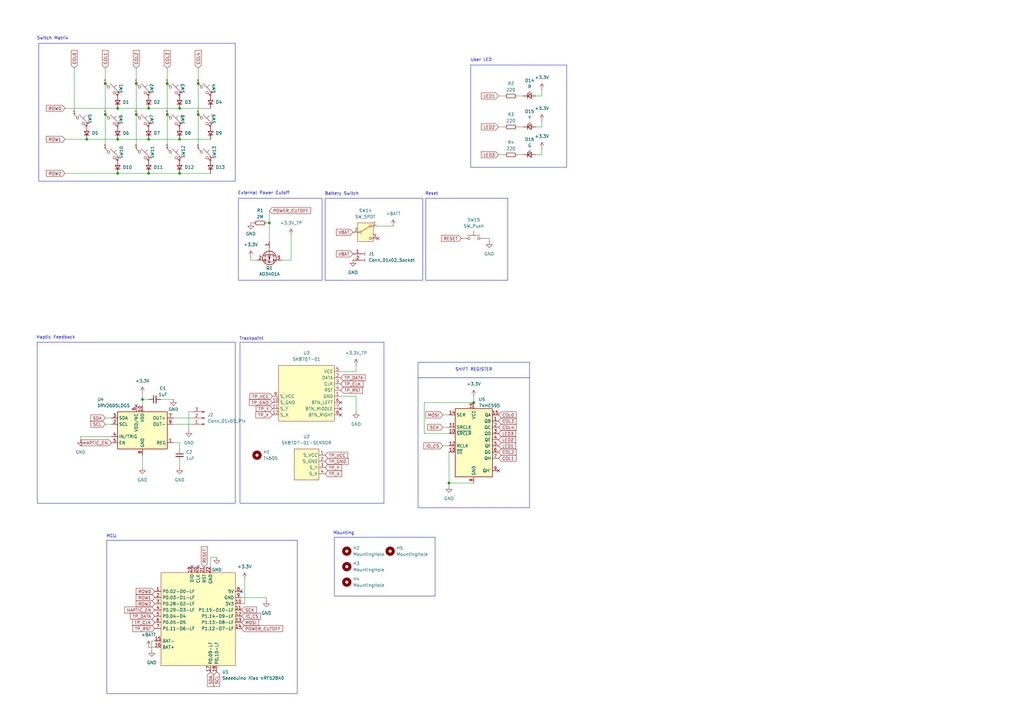
<source format=kicad_sch>
(kicad_sch (version 20231120) (generator "eeschema") (generator_version "8.0")
  (paper "A3")
  (lib_symbols
    (symbol "74xx:74HC595"
      (property "Reference" "U" (at -7.62 13.97 0))
      (property "Value" "74HC595" (at -7.62 -16.51 0))
      (symbol "74HC595_1_0"
        (pin tri_state line (at 10.16 7.62 180) (length 2.54) (name "QB") (number "1"))
        (pin input line (at -10.16 2.54 0) (length 2.54) (name "~{SRCLR}") (number "10"))
        (pin input line (at -10.16 5.08 0) (length 2.54) (name "SRCLK") (number "11"))
        (pin input line (at -10.16 -2.54 0) (length 2.54) (name "RCLK") (number "12"))
        (pin input line (at -10.16 -5.08 0) (length 2.54) (name "~{OE}") (number "13"))
        (pin input line (at -10.16 10.16 0) (length 2.54) (name "SER") (number "14"))
        (pin tri_state line (at 10.16 10.16 180) (length 2.54) (name "QA") (number "15"))
        (pin power_in line (at 0 15.24 270) (length 2.54) (name "VCC") (number "16"))
        (pin tri_state line (at 10.16 5.08 180) (length 2.54) (name "QC") (number "2"))
        (pin tri_state line (at 10.16 2.54 180) (length 2.54) (name "QD") (number "3"))
        (pin tri_state line (at 10.16 0 180) (length 2.54) (name "QE") (number "4"))
        (pin tri_state line (at 10.16 -2.54 180) (length 2.54) (name "QF") (number "5"))
        (pin tri_state line (at 10.16 -5.08 180) (length 2.54) (name "QG") (number "6"))
        (pin tri_state line (at 10.16 -7.62 180) (length 2.54) (name "QH") (number "7"))
        (pin power_in line (at 0 -17.78 90) (length 2.54) (name "GND") (number "8"))
        (pin output line (at 10.16 -12.7 180) (length 2.54) (name "QH'") (number "9"))
      )
    )
    (symbol "Connector:Conn_01x02_Socket" (pin_names (offset 1.016) hide)
      (property "Reference" "J" (at 0 2.54 0))
      (property "Value" "Conn_01x02_Socket" (at 0 -5.08 0))
      (symbol "Conn_01x02_Socket_1_1"
        (pin passive line (at -5.08 0 0) (length 3.81) (name "Pin_1") (number "1"))
        (pin passive line (at -5.08 -2.54 0) (length 3.81) (name "Pin_2") (number "2"))
      )
    )
    (symbol "Connector:Conn_01x03_Pin" (pin_names (offset 1.016) hide)
      (property "Reference" "J" (at 0 5.08 0))
      (property "Value" "Conn_01x03_Pin" (at 0 -5.08 0))
      (symbol "Conn_01x03_Pin_1_1"
        (pin passive line (at 5.08 2.54 180) (length 3.81) (name "Pin_1") (number "1"))
        (pin passive line (at 5.08 0 180) (length 3.81) (name "Pin_2") (number "2"))
        (pin passive line (at 5.08 -2.54 180) (length 3.81) (name "Pin_3") (number "3"))
      )
    )
    (symbol "Device:C_Small" (pin_numbers hide) (pin_names (offset 0.254) hide)
      (property "Reference" "C" (at 0.254 1.778 0))
      (property "Value" "C_Small" (at 0.254 -2.032 0))
      (symbol "C_Small_1_1"
        (pin passive line (at 0 2.54 270) (length 2.032) (name "~") (number "1"))
        (pin passive line (at 0 -2.54 90) (length 2.032) (name "~") (number "2"))
      )
    )
    (symbol "Device:D_Small" (pin_numbers hide) (pin_names (offset 0.254) hide)
      (property "Reference" "D" (at -1.27 2.032 0))
      (property "Value" "D_Small" (at -3.81 -2.032 0))
      (symbol "D_Small_1_1"
        (pin passive line (at -2.54 0 0) (length 1.778) (name "K") (number "1"))
        (pin passive line (at 2.54 0 180) (length 1.778) (name "A") (number "2"))
      )
    )
    (symbol "Device:LED_Small" (pin_numbers hide) (pin_names (offset 0.254) hide)
      (property "Reference" "D" (at -1.27 3.175 0))
      (property "Value" "LED_Small" (at -4.445 -2.54 0))
      (symbol "LED_Small_1_1"
        (pin passive line (at -2.54 0 0) (length 1.778) (name "K") (number "1"))
        (pin passive line (at 2.54 0 180) (length 1.778) (name "A") (number "2"))
      )
    )
    (symbol "Device:R_Small" (pin_numbers hide) (pin_names (offset 0.254) hide)
      (property "Reference" "R" (at 0.762 0.508 0))
      (property "Value" "R_Small" (at 0.762 -1.016 0))
      (symbol "R_Small_1_1"
        (pin passive line (at 0 2.54 270) (length 0.762) (name "~") (number "1"))
        (pin passive line (at 0 -2.54 90) (length 0.762) (name "~") (number "2"))
      )
    )
    (symbol "Driver_Haptic:DRV2605LDGS"
      (property "Reference" "U" (at -10.16 8.255 0))
      (property "Value" "DRV2605LDGS" (at 2.54 -8.89 0))
      (symbol "DRV2605LDGS_1_1"
        (pin passive line (at 12.7 -5.08 180) (length 2.54) (name "REG") (number "1"))
        (pin power_in line (at 0 10.16 270) (length 2.54) (name "VDD") (number "10"))
        (pin input line (at -12.7 2.54 0) (length 2.54) (name "SCL") (number "2"))
        (pin bidirectional line (at -12.7 5.08 0) (length 2.54) (name "SDA") (number "3"))
        (pin input line (at -12.7 -2.54 0) (length 2.54) (name "IN/TRIG") (number "4"))
        (pin input line (at -12.7 -5.08 0) (length 2.54) (name "EN") (number "5"))
        (pin power_in line (at -2.54 10.16 270) (length 2.54) (name "VDD/NC") (number "6"))
        (pin output line (at 12.7 5.08 180) (length 2.54) (name "OUT+") (number "7"))
        (pin power_in line (at 0 -10.16 90) (length 2.54) (name "GND") (number "8"))
        (pin output line (at 12.7 2.54 180) (length 2.54) (name "OUT-") (number "9"))
      )
    )
    (symbol "Mechanical:MountingHole" (pin_names (offset 1.016)) (exclude_from_sim yes) (in_bom no)
      (property "Reference" "H" (at 0 5.08 0))
      (property "Value" "MountingHole" (at 0 3.175 0))
    )
    (symbol "SW_Push_45deg_1" (pin_names (offset 1.016) hide)
      (property "Reference" "SW" (at 3.048 1.016 0))
      (property "Value" "SW_Push_45deg" (at 0 -3.81 0))
      (symbol "SW_Push_45deg_1_0_1"
        (pin passive line (at -2.54 2.54 0) (length 0) (name "1") (number "1"))
        (pin passive line (at 2.54 -2.54 180) (length 0) (name "2") (number "2"))
      )
    )
    (symbol "SW_Push_45deg_10" (pin_names (offset 1.016) hide)
      (property "Reference" "SW" (at 3.048 1.016 0))
      (property "Value" "SW_Push_45deg" (at 0 -3.81 0))
      (symbol "SW_Push_45deg_10_0_1"
        (pin passive line (at -2.54 2.54 0) (length 0) (name "1") (number "1"))
        (pin passive line (at 2.54 -2.54 180) (length 0) (name "2") (number "2"))
      )
    )
    (symbol "SW_Push_45deg_11" (pin_names (offset 1.016) hide)
      (property "Reference" "SW" (at 3.048 1.016 0))
      (property "Value" "SW_Push_45deg" (at 0 -3.81 0))
      (symbol "SW_Push_45deg_11_0_1"
        (pin passive line (at -2.54 2.54 0) (length 0) (name "1") (number "1"))
        (pin passive line (at 2.54 -2.54 180) (length 0) (name "2") (number "2"))
      )
    )
    (symbol "SW_Push_45deg_12" (pin_names (offset 1.016) hide)
      (property "Reference" "SW" (at 3.048 1.016 0))
      (property "Value" "SW_Push_45deg" (at 0 -3.81 0))
      (symbol "SW_Push_45deg_12_0_1"
        (pin passive line (at -2.54 2.54 0) (length 0) (name "1") (number "1"))
        (pin passive line (at 2.54 -2.54 180) (length 0) (name "2") (number "2"))
      )
    )
    (symbol "SW_Push_45deg_2" (pin_names (offset 1.016) hide)
      (property "Reference" "SW" (at 3.048 1.016 0))
      (property "Value" "SW_Push_45deg" (at 0 -3.81 0))
      (symbol "SW_Push_45deg_2_0_1"
        (pin passive line (at -2.54 2.54 0) (length 0) (name "1") (number "1"))
        (pin passive line (at 2.54 -2.54 180) (length 0) (name "2") (number "2"))
      )
    )
    (symbol "SW_Push_45deg_3" (pin_names (offset 1.016) hide)
      (property "Reference" "SW" (at 3.048 1.016 0))
      (property "Value" "SW_Push_45deg" (at 0 -3.81 0))
      (symbol "SW_Push_45deg_3_0_1"
        (pin passive line (at -2.54 2.54 0) (length 0) (name "1") (number "1"))
        (pin passive line (at 2.54 -2.54 180) (length 0) (name "2") (number "2"))
      )
    )
    (symbol "SW_Push_45deg_4" (pin_names (offset 1.016) hide)
      (property "Reference" "SW" (at 3.048 1.016 0))
      (property "Value" "SW_Push_45deg" (at 0 -3.81 0))
      (symbol "SW_Push_45deg_4_0_1"
        (pin passive line (at -2.54 2.54 0) (length 0) (name "1") (number "1"))
        (pin passive line (at 2.54 -2.54 180) (length 0) (name "2") (number "2"))
      )
    )
    (symbol "SW_Push_45deg_5" (pin_names (offset 1.016) hide)
      (property "Reference" "SW" (at 3.048 1.016 0))
      (property "Value" "SW_Push_45deg" (at 0 -3.81 0))
      (symbol "SW_Push_45deg_5_0_1"
        (pin passive line (at -2.54 2.54 0) (length 0) (name "1") (number "1"))
        (pin passive line (at 2.54 -2.54 180) (length 0) (name "2") (number "2"))
      )
    )
    (symbol "SW_Push_45deg_6" (pin_names (offset 1.016) hide)
      (property "Reference" "SW" (at 3.048 1.016 0))
      (property "Value" "SW_Push_45deg" (at 0 -3.81 0))
      (symbol "SW_Push_45deg_6_0_1"
        (pin passive line (at -2.54 2.54 0) (length 0) (name "1") (number "1"))
        (pin passive line (at 2.54 -2.54 180) (length 0) (name "2") (number "2"))
      )
    )
    (symbol "SW_Push_45deg_7" (pin_names (offset 1.016) hide)
      (property "Reference" "SW" (at 3.048 1.016 0))
      (property "Value" "SW_Push_45deg" (at 0 -3.81 0))
      (symbol "SW_Push_45deg_7_0_1"
        (pin passive line (at -2.54 2.54 0) (length 0) (name "1") (number "1"))
        (pin passive line (at 2.54 -2.54 180) (length 0) (name "2") (number "2"))
      )
    )
    (symbol "SW_Push_45deg_8" (pin_names (offset 1.016) hide)
      (property "Reference" "SW" (at 3.048 1.016 0))
      (property "Value" "SW_Push_45deg" (at 0 -3.81 0))
      (symbol "SW_Push_45deg_8_0_1"
        (pin passive line (at -2.54 2.54 0) (length 0) (name "1") (number "1"))
        (pin passive line (at 2.54 -2.54 180) (length 0) (name "2") (number "2"))
      )
    )
    (symbol "SW_Push_45deg_9" (pin_names (offset 1.016) hide)
      (property "Reference" "SW" (at 3.048 1.016 0))
      (property "Value" "SW_Push_45deg" (at 0 -3.81 0))
      (symbol "SW_Push_45deg_9_0_1"
        (pin passive line (at -2.54 2.54 0) (length 0) (name "1") (number "1"))
        (pin passive line (at 2.54 -2.54 180) (length 0) (name "2") (number "2"))
      )
    )
    (symbol "Switch:SW_Push" (pin_numbers hide) (pin_names (offset 1.016) hide)
      (property "Reference" "SW" (at 1.27 2.54 0))
      (property "Value" "SW_Push" (at 0 -1.524 0))
      (symbol "SW_Push_0_1"
        (pin passive line (at -5.08 0 0) (length 2.54) (name "1") (number "1"))
        (pin passive line (at 5.08 0 180) (length 2.54) (name "2") (number "2"))
      )
    )
    (symbol "Switch:SW_Push_45deg" (pin_names (offset 1.016) hide)
      (property "Reference" "SW" (at 3.048 1.016 0))
      (property "Value" "SW_Push_45deg" (at 0 -3.81 0))
      (symbol "SW_Push_45deg_0_1"
        (pin passive line (at -2.54 2.54 0) (length 0) (name "1") (number "1"))
        (pin passive line (at 2.54 -2.54 180) (length 0) (name "2") (number "2"))
      )
    )
    (symbol "Switch:SW_SPDT" (pin_names (offset 0) hide)
      (property "Reference" "SW" (at 0 5.08 0))
      (property "Value" "SW_SPDT" (at 0 -5.08 0))
      (symbol "SW_SPDT_1_1"
        (pin passive line (at 5.08 2.54 180) (length 2.54) (name "A") (number "1"))
        (pin passive line (at -5.08 0 0) (length 2.54) (name "B") (number "2"))
        (pin passive line (at 5.08 -2.54 180) (length 2.54) (name "C") (number "3"))
      )
    )
    (symbol "Transistor_FET:AO3401A" (pin_names hide)
      (property "Reference" "Q" (at 5.08 1.905 0))
      (property "Value" "AO3401A" (at 5.08 0 0))
      (symbol "AO3401A_1_1"
        (pin input line (at -5.08 0 0) (length 2.54) (name "G") (number "1"))
        (pin passive line (at 2.54 -5.08 90) (length 2.54) (name "S") (number "2"))
        (pin passive line (at 2.54 5.08 270) (length 2.54) (name "D") (number "3"))
      )
    )
    (symbol "pipra:+3.3V_TP" (power) (pin_numbers hide) (pin_names (offset 0) hide)
      (property "Value" "+3.3V_TP" (at 0 3.556 0))
      (symbol "+3.3V_TP_1_1"
        (pin power_in line (at 0 0 90) (length 0) (name "~") (number "1"))
      )
    )
    (symbol "power:+3.3V" (power) (pin_numbers hide) (pin_names (offset 0) hide)
      (property "Value" "+3.3V" (at 0 3.556 0))
      (symbol "+3.3V_1_1"
        (pin power_in line (at 0 0 90) (length 0) (name "~") (number "1"))
      )
    )
    (symbol "power:+BATT" (power) (pin_numbers hide) (pin_names (offset 0) hide)
      (property "Value" "+BATT" (at 0 3.556 0))
      (symbol "+BATT_1_1"
        (pin power_in line (at 0 0 90) (length 0) (name "~") (number "1"))
      )
    )
    (symbol "power:GND" (power) (pin_numbers hide) (pin_names (offset 0) hide)
      (property "Value" "GND" (at 0 -3.81 0))
      (symbol "GND_1_1"
        (pin power_in line (at 0 0 270) (length 0) (name "~") (number "1"))
      )
    )
    (symbol "ssbb_parts:Seeeduino_Xiao_nRF52840" (in_bom no)
      (property "Reference" "U" (at -10.16 -12.7 0))
      (property "Value" "Seeeduino Xiao nRF52840" (at -10.16 -15.24 0))
      (symbol "Seeeduino_Xiao_nRF52840_1_0"
        (pin bidirectional line (at -17.78 13.97 0) (length 2.54) (name "P0.02-D0-LF") (number "1"))
        (pin power_out line (at 17.78 8.89 180) (length 2.54) (name "3V3") (number "10"))
        (pin bidirectional line (at 17.78 6.35 180) (length 2.54) (name "P1.15-D10-LF") (number "11"))
        (pin bidirectional line (at 17.78 3.81 180) (length 2.54) (name "P1.14-D9-LF") (number "12"))
        (pin bidirectional line (at 17.78 1.27 180) (length 2.54) (name "P1.13-D8-LF") (number "13"))
        (pin bidirectional line (at 17.78 -1.27 180) (length 2.54) (name "P1.12-D7-LF") (number "14"))
        (pin power_in line (at -17.78 -6.35 0) (length 2.54) (name "BAT-") (number "15"))
        (pin power_in line (at -17.78 -8.89 0) (length 2.54) (name "BAT+") (number "16"))
        (pin bidirectional line (at 5.08 -19.05 90) (length 2.54) (name "P0.09-LF") (number "17"))
        (pin bidirectional line (at 7.62 -19.05 90) (length 2.54) (name "P0.10-LF") (number "18"))
        (pin bidirectional line (at -2.54 24.13 270) (length 2.54) (name "DIO") (number "19"))
        (pin bidirectional line (at -17.78 11.43 0) (length 2.54) (name "P0.03-D1-LF") (number "2"))
        (pin bidirectional line (at 0 24.13 270) (length 2.54) (name "CLK") (number "20"))
        (pin bidirectional line (at 2.54 24.13 270) (length 2.54) (name "RST") (number "21"))
        (pin power_out line (at 5.08 24.13 270) (length 2.54) (name "GND") (number "22"))
        (pin bidirectional line (at -17.78 8.89 0) (length 2.54) (name "P0.28-D2-LF") (number "3"))
        (pin bidirectional line (at -17.78 6.35 0) (length 2.54) (name "P0.29-D3-LF") (number "4"))
        (pin bidirectional line (at -17.78 3.81 0) (length 2.54) (name "P0.04-D4") (number "5"))
        (pin bidirectional line (at -17.78 1.27 0) (length 2.54) (name "P0.05-D5") (number "6"))
        (pin bidirectional line (at -17.78 -1.27 0) (length 2.54) (name "P1.11-D6-LF") (number "7"))
        (pin power_out line (at 17.78 13.97 180) (length 2.54) (name "5V") (number "8"))
        (pin power_out line (at 17.78 11.43 180) (length 2.54) (name "GND") (number "9"))
      )
    )
    (symbol "ssbb_parts:TP_Sprintek_SK8707-01_Sensor"
      (property "Reference" "U2" (at 0 11.43 0))
      (property "Value" "TP_Sprintek_SK8707-01_Sensor" (at 0 8.89 0))
      (symbol "TP_Sprintek_SK8707-01_Sensor_1_1"
        (pin bidirectional line (at 7.62 3.81 180) (length 2.54) (name "S_VCC") (number "1"))
        (pin bidirectional line (at 7.62 1.27 180) (length 2.54) (name "S_GND") (number "2"))
        (pin bidirectional line (at 7.62 -1.27 180) (length 2.54) (name "S_Y") (number "3"))
        (pin bidirectional line (at 7.62 -3.81 180) (length 2.54) (name "S_X") (number "4"))
      )
    )
    (symbol "ssbb_parts:TP_Sprintek_SK8707–01"
      (property "Reference" "U3" (at 0 16.51 0))
      (property "Value" "SK8707-01" (at 0 13.97 0))
      (symbol "TP_Sprintek_SK8707–01_1_1"
        (pin power_in line (at 13.97 -1.27 180) (length 2.54) (name "GND") (number "1"))
        (pin bidirectional line (at -13.97 -3.81 0) (length 2.54) (name "S_GND") (number "10"))
        (pin bidirectional line (at -13.97 -6.35 0) (length 2.54) (name "S_Y") (number "11"))
        (pin bidirectional line (at -13.97 -8.89 0) (length 2.54) (name "S_X") (number "12"))
        (pin bidirectional line (at 13.97 6.35 180) (length 2.54) (name "DATA") (number "2"))
        (pin bidirectional line (at 13.97 3.81 180) (length 2.54) (name "CLK") (number "3"))
        (pin input line (at 13.97 1.27 180) (length 2.54) (name "RST") (number "4"))
        (pin power_in line (at 13.97 8.89 180) (length 2.54) (name "VCC") (number "5"))
        (pin bidirectional line (at 13.97 -3.81 180) (length 2.54) (name "BTN_LEFT") (number "6"))
        (pin bidirectional line (at 13.97 -6.35 180) (length 2.54) (name "BTN_MIDDLE") (number "7"))
        (pin bidirectional line (at 13.97 -8.89 180) (length 2.54) (name "BTN_RIGHT") (number "8"))
        (pin bidirectional line (at -13.97 -1.27 0) (length 2.54) (name "S_VCC") (number "9"))
      )
    )
  )
  (junction (at 55.88 46.99))
  (junction (at 73.66 57.15))
  (junction (at 43.18 34.29))
  (junction (at 60.96 57.15))
  (junction (at 58.42 163.83))
  (junction (at 48.26 57.15))
  (junction (at 35.56 57.15))
  (junction (at 184.15 198.12))
  (junction (at 68.58 34.29))
  (junction (at 60.96 71.12))
  (junction (at 81.28 34.29))
  (junction (at 60.96 44.45))
  (junction (at 81.28 46.99))
  (junction (at 48.26 71.12))
  (junction (at 73.66 71.12))
  (junction (at 73.66 44.45))
  (junction (at 194.31 165.1))
  (junction (at 68.58 46.99))
  (junction (at 43.18 46.99))
  (junction (at 110.49 91.44))
  (junction (at 55.88 34.29))
  (junction (at 48.26 44.45))
  (no_connect (at 55.88 166.37))
  (no_connect (at 139.7 167.64))
  (no_connect (at 139.7 165.1))
  (no_connect (at 99.06 242.57))
  (no_connect (at 154.94 97.79))
  (no_connect (at 81.28 232.41))
  (no_connect (at 78.74 232.41))
  (no_connect (at 204.47 193.04))
  (no_connect (at 139.7 170.18))
  (wire (pts (xy 146.05 162.56) (xy 146.05 168.91)))
  (wire (pts (xy 60.96 71.12) (xy 73.66 71.12)))
  (wire (pts (xy 68.58 46.99) (xy 68.58 60.96)))
  (wire (pts (xy 139.7 152.4) (xy 146.05 152.4)))
  (wire (pts (xy 35.56 57.15) (xy 48.26 57.15)))
  (wire (pts (xy 43.18 173.99) (xy 45.72 173.99)))
  (wire (pts (xy 214.63 63.5) (xy 212.09 63.5)))
  (wire (pts (xy 48.26 71.12) (xy 60.96 71.12)))
  (wire (pts (xy 81.28 46.99) (xy 81.28 60.96)))
  (wire (pts (xy 184.15 185.42) (xy 184.15 198.12)))
  (wire (pts (xy 43.18 34.29) (xy 43.18 46.99)))
  (wire (pts (xy 199.39 97.79) (xy 200.66 97.79)))
  (wire (pts (xy 115.57 106.68) (xy 119.38 106.68)))
  (wire (pts (xy 173.99 177.8) (xy 173.99 165.1)))
  (wire (pts (xy 184.15 177.8) (xy 173.99 177.8)))
  (wire (pts (xy 71.12 181.61) (xy 73.66 181.61)))
  (wire (pts (xy 204.47 63.5) (xy 207.01 63.5)))
  (wire (pts (xy 73.66 44.45) (xy 86.36 44.45)))
  (wire (pts (xy 219.71 39.37) (xy 222.25 39.37)))
  (wire (pts (xy 73.66 57.15) (xy 86.36 57.15)))
  (wire (pts (xy 181.61 175.26) (xy 184.15 175.26)))
  (wire (pts (xy 58.42 186.69) (xy 58.42 191.77)))
  (wire (pts (xy 60.96 44.45) (xy 73.66 44.45)))
  (wire (pts (xy 102.87 105.41) (xy 102.87 106.68)))
  (wire (pts (xy 222.25 49.53) (xy 222.25 52.07)))
  (wire (pts (xy 81.28 27.94) (xy 81.28 34.29)))
  (wire (pts (xy 71.12 171.45) (xy 78.74 171.45)))
  (wire (pts (xy 222.25 60.96) (xy 222.25 63.5)))
  (wire (pts (xy 204.47 52.07) (xy 207.01 52.07)))
  (wire (pts (xy 62.23 262.89) (xy 62.23 266.7)))
  (wire (pts (xy 26.67 57.15) (xy 35.56 57.15)))
  (wire (pts (xy 71.12 173.99) (xy 78.74 173.99)))
  (wire (pts (xy 60.96 265.43) (xy 63.5 265.43)))
  (wire (pts (xy 109.22 91.44) (xy 110.49 91.44)))
  (wire (pts (xy 26.67 44.45) (xy 48.26 44.45)))
  (wire (pts (xy 78.74 168.91) (xy 77.47 168.91)))
  (wire (pts (xy 184.15 198.12) (xy 194.31 198.12)))
  (wire (pts (xy 58.42 161.29) (xy 58.42 163.83)))
  (wire (pts (xy 86.36 228.6) (xy 88.9 228.6)))
  (wire (pts (xy 146.05 149.86) (xy 146.05 152.4)))
  (wire (pts (xy 33.02 180.34) (xy 33.02 179.07)))
  (wire (pts (xy 181.61 170.18) (xy 184.15 170.18)))
  (wire (pts (xy 81.28 34.29) (xy 81.28 46.99)))
  (wire (pts (xy 100.33 237.49) (xy 100.33 247.65)))
  (wire (pts (xy 139.7 162.56) (xy 146.05 162.56)))
  (wire (pts (xy 43.18 27.94) (xy 43.18 34.29)))
  (wire (pts (xy 154.94 92.71) (xy 161.29 92.71)))
  (wire (pts (xy 200.66 97.79) (xy 200.66 99.06)))
  (wire (pts (xy 55.88 34.29) (xy 55.88 46.99)))
  (wire (pts (xy 222.25 36.83) (xy 222.25 39.37)))
  (wire (pts (xy 86.36 228.6) (xy 86.36 232.41)))
  (wire (pts (xy 73.66 191.77) (xy 73.66 189.23)))
  (wire (pts (xy 58.42 163.83) (xy 60.96 163.83)))
  (wire (pts (xy 68.58 27.94) (xy 68.58 34.29)))
  (wire (pts (xy 62.23 262.89) (xy 63.5 262.89)))
  (wire (pts (xy 73.66 181.61) (xy 73.66 184.15)))
  (wire (pts (xy 60.96 57.15) (xy 73.66 57.15)))
  (wire (pts (xy 109.22 245.11) (xy 109.22 246.38)))
  (wire (pts (xy 110.49 91.44) (xy 110.49 99.06)))
  (wire (pts (xy 33.02 179.07) (xy 45.72 179.07)))
  (wire (pts (xy 66.04 163.83) (xy 71.12 163.83)))
  (wire (pts (xy 181.61 182.88) (xy 184.15 182.88)))
  (wire (pts (xy 55.88 46.99) (xy 55.88 60.96)))
  (wire (pts (xy 55.88 27.94) (xy 55.88 34.29)))
  (wire (pts (xy 58.42 163.83) (xy 58.42 166.37)))
  (wire (pts (xy 214.63 39.37) (xy 212.09 39.37)))
  (wire (pts (xy 173.99 165.1) (xy 194.31 165.1)))
  (wire (pts (xy 102.87 106.68) (xy 105.41 106.68)))
  (wire (pts (xy 43.18 46.99) (xy 43.18 60.96)))
  (wire (pts (xy 48.26 57.15) (xy 60.96 57.15)))
  (wire (pts (xy 194.31 162.56) (xy 194.31 165.1)))
  (wire (pts (xy 102.87 91.44) (xy 104.14 91.44)))
  (wire (pts (xy 48.26 44.45) (xy 60.96 44.45)))
  (wire (pts (xy 99.06 247.65) (xy 100.33 247.65)))
  (wire (pts (xy 99.06 245.11) (xy 109.22 245.11)))
  (wire (pts (xy 219.71 63.5) (xy 222.25 63.5)))
  (wire (pts (xy 119.38 96.52) (xy 119.38 106.68)))
  (wire (pts (xy 73.66 71.12) (xy 86.36 71.12)))
  (wire (pts (xy 77.47 168.91) (xy 77.47 176.53)))
  (wire (pts (xy 204.47 39.37) (xy 207.01 39.37)))
  (wire (pts (xy 184.15 199.39) (xy 184.15 198.12)))
  (wire (pts (xy 219.71 52.07) (xy 222.25 52.07)))
  (wire (pts (xy 26.67 71.12) (xy 48.26 71.12)))
  (wire (pts (xy 214.63 52.07) (xy 212.09 52.07)))
  (wire (pts (xy 68.58 34.29) (xy 68.58 46.99)))
  (wire (pts (xy 30.48 27.94) (xy 30.48 46.99)))
  (wire (pts (xy 110.49 86.36) (xy 110.49 91.44)))
  (wire (pts (xy 43.18 171.45) (xy 45.72 171.45)))
  (rectangle (start 98.425 140.335) (end 157.48 206.375))
  (rectangle (start 97.79 81.28) (end 132.08 114.935))
  (rectangle (start 171.45 148.59) (end 217.17 208.28))
  (rectangle (start 137.16 220.345) (end 178.435 244.475))
  (rectangle (start 43.815 221.615) (end 121.92 284.48))
  (rectangle (start 133.35 81.28) (end 173.355 114.935))
  (rectangle (start 15.24 140.335) (end 96.52 206.375))
  (rectangle (start 15.875 17.78) (end 96.52 74.295))
  (rectangle (start 193.04 26.67) (end 232.41 68.58))
  (rectangle (start 174.625 81.28) (end 208.28 114.935))
  (rectangle (start 171.45 154.94) (end 217.17 154.94))
  (text "Trackpoint" (at 103.124 138.938 0) (effects (font (size 1.27 1.27))))
  (text "Battery Switch" (at 140.208 79.502 0) (effects (font (size 1.27 1.27))))
  (text "Haptic Feedback" (at 22.86 138.43 0) (effects (font (size 1.27 1.27))))
  (text "Reset" (at 177.038 79.502 0) (effects (font (size 1.27 1.27))))
  (text "SHIFT REGISTER" (at 186.69 152.4 0) (effects (font (size 1.27 1.27)) (justify left bottom)))
  (text "MCU" (at 45.72 219.964 0) (effects (font (size 1.27 1.27))))
  (text "Switch Matrix" (at 21.59 15.748 0) (effects (font (size 1.27 1.27))))
  (text "User LED" (at 197.358 24.638 0) (effects (font (size 1.27 1.27))))
  (text "Mounting" (at 140.97 218.694 0) (effects (font (size 1.27 1.27))))
  (text "External Power Cutoff" (at 108.204 79.248 0) (effects (font (size 1.27 1.27))))
  (global_label "COL3" (shape input) (at 204.47 172.72 0) (property "Intersheetrefs" "${INTERSHEET_REFS}" (effects (hide yes))))
  (global_label "LED2" (shape input) (at 204.47 180.34 0) (property "Intersheetrefs" "${INTERSHEET_REFS}" (effects (hide yes))))
  (global_label "TP_RST" (shape input) (at 139.7 160.02 0) (property "Intersheetrefs" "${INTERSHEET_REFS}" (effects (hide yes))))
  (global_label "TP_Y" (shape input) (at 133.35 191.77 0) (property "Intersheetrefs" "${INTERSHEET_REFS}" (effects (hide yes))))
  (global_label "IO_CS" (shape input) (at 181.61 182.88 180) (property "Intersheetrefs" "${INTERSHEET_REFS}" (effects (hide yes))))
  (global_label "TP_GND" (shape input) (at 111.76 165.1 180) (property "Intersheetrefs" "${INTERSHEET_REFS}" (effects (hide yes))))
  (global_label "TP_DATA" (shape input) (at 139.7 154.94 0) (property "Intersheetrefs" "${INTERSHEET_REFS}" (effects (hide yes))))
  (global_label "SCK" (shape input) (at 99.06 250.19 0) (property "Intersheetrefs" "${INTERSHEET_REFS}" (effects (hide yes))))
  (global_label "RESET" (shape input) (at 189.23 97.79 180) (property "Intersheetrefs" "${INTERSHEET_REFS}" (effects (hide yes))))
  (global_label "VBAT" (shape input) (at 144.78 104.14 180) (property "Intersheetrefs" "${INTERSHEET_REFS}" (effects (hide yes))))
  (global_label "ROW1" (shape input) (at 63.5 245.11 180) (property "Intersheetrefs" "${INTERSHEET_REFS}" (effects (hide yes))))
  (global_label "TP_CLK" (shape input) (at 63.5 255.27 180) (property "Intersheetrefs" "${INTERSHEET_REFS}" (effects (hide yes))))
  (global_label "COL2" (shape input) (at 204.47 185.42 0) (property "Intersheetrefs" "${INTERSHEET_REFS}" (effects (hide yes))))
  (global_label "SDA" (shape input) (at 86.36 275.59 270) (property "Intersheetrefs" "${INTERSHEET_REFS}" (effects (hide yes))))
  (global_label "SCL" (shape input) (at 43.18 173.99 180) (property "Intersheetrefs" "${INTERSHEET_REFS}" (effects (hide yes))))
  (global_label "COL1" (shape input) (at 204.47 187.96 0) (property "Intersheetrefs" "${INTERSHEET_REFS}" (effects (hide yes))))
  (global_label "COL2" (shape input) (at 55.88 27.94 90) (property "Intersheetrefs" "${INTERSHEET_REFS}" (effects (hide yes))))
  (global_label "ROW0" (shape input) (at 63.5 242.57 180) (property "Intersheetrefs" "${INTERSHEET_REFS}" (effects (hide yes))))
  (global_label "ROW2" (shape input) (at 26.67 71.12 180) (property "Intersheetrefs" "${INTERSHEET_REFS}" (effects (hide yes))))
  (global_label "LED3" (shape input) (at 204.47 63.5 180) (property "Intersheetrefs" "${INTERSHEET_REFS}" (effects (hide yes))))
  (global_label "HAPTIC_EN" (shape input) (at 45.72 181.61 180) (property "Intersheetrefs" "${INTERSHEET_REFS}" (effects (hide yes))))
  (global_label "TP_X" (shape input) (at 133.35 194.31 0) (property "Intersheetrefs" "${INTERSHEET_REFS}" (effects (hide yes))))
  (global_label "TP_X" (shape input) (at 111.76 170.18 180) (property "Intersheetrefs" "${INTERSHEET_REFS}" (effects (hide yes))))
  (global_label "SCL" (shape input) (at 88.9 275.59 270) (property "Intersheetrefs" "${INTERSHEET_REFS}" (effects (hide yes))))
  (global_label "RESET" (shape input) (at 83.82 232.41 90) (property "Intersheetrefs" "${INTERSHEET_REFS}" (effects (hide yes))))
  (global_label "POWER_CUTOFF" (shape input) (at 110.49 86.36 0) (property "Intersheetrefs" "${INTERSHEET_REFS}" (effects (hide yes))))
  (global_label "COL4" (shape input) (at 204.47 175.26 0) (property "Intersheetrefs" "${INTERSHEET_REFS}" (effects (hide yes))))
  (global_label "LED3" (shape input) (at 204.47 177.8 0) (property "Intersheetrefs" "${INTERSHEET_REFS}" (effects (hide yes))))
  (global_label "MOSI" (shape input) (at 99.06 255.27 0) (property "Intersheetrefs" "${INTERSHEET_REFS}" (effects (hide yes))))
  (global_label "HAPTIC_EN" (shape input) (at 63.5 250.19 180) (property "Intersheetrefs" "${INTERSHEET_REFS}" (effects (hide yes))))
  (global_label "ROW0" (shape input) (at 26.67 44.45 180) (property "Intersheetrefs" "${INTERSHEET_REFS}" (effects (hide yes))))
  (global_label "TP_VCC" (shape input) (at 111.76 162.56 180) (property "Intersheetrefs" "${INTERSHEET_REFS}" (effects (hide yes))))
  (global_label "MOSI" (shape input) (at 181.61 170.18 180) (property "Intersheetrefs" "${INTERSHEET_REFS}" (effects (hide yes))))
  (global_label "POWER_CUTOFF" (shape input) (at 99.06 257.81 0) (property "Intersheetrefs" "${INTERSHEET_REFS}" (effects (hide yes))))
  (global_label "TP_RST" (shape input) (at 63.5 257.81 180) (property "Intersheetrefs" "${INTERSHEET_REFS}" (effects (hide yes))))
  (global_label "COL4" (shape input) (at 81.28 27.94 90) (property "Intersheetrefs" "${INTERSHEET_REFS}" (effects (hide yes))))
  (global_label "TP_CLK" (shape input) (at 139.7 157.48 0) (property "Intersheetrefs" "${INTERSHEET_REFS}" (effects (hide yes))))
  (global_label "TP_VCC" (shape input) (at 133.35 186.69 0) (property "Intersheetrefs" "${INTERSHEET_REFS}" (effects (hide yes))))
  (global_label "ROW2" (shape input) (at 63.5 247.65 180) (property "Intersheetrefs" "${INTERSHEET_REFS}" (effects (hide yes))))
  (global_label "COL3" (shape input) (at 68.58 27.94 90) (property "Intersheetrefs" "${INTERSHEET_REFS}" (effects (hide yes))))
  (global_label "SDA" (shape input) (at 43.18 171.45 180) (property "Intersheetrefs" "${INTERSHEET_REFS}" (effects (hide yes))))
  (global_label "VBAT" (shape input) (at 144.78 95.25 180) (property "Intersheetrefs" "${INTERSHEET_REFS}" (effects (hide yes))))
  (global_label "TP_GND" (shape input) (at 133.35 189.23 0) (property "Intersheetrefs" "${INTERSHEET_REFS}" (effects (hide yes))))
  (global_label "LED1" (shape input) (at 204.47 39.37 180) (property "Intersheetrefs" "${INTERSHEET_REFS}" (effects (hide yes))))
  (global_label "ROW1" (shape input) (at 26.67 57.15 180) (property "Intersheetrefs" "${INTERSHEET_REFS}" (effects (hide yes))))
  (global_label "LED1" (shape input) (at 204.47 182.88 0) (property "Intersheetrefs" "${INTERSHEET_REFS}" (effects (hide yes))))
  (global_label "COL0" (shape input) (at 30.48 27.94 90) (property "Intersheetrefs" "${INTERSHEET_REFS}" (effects (hide yes))))
  (global_label "LED2" (shape input) (at 204.47 52.07 180) (property "Intersheetrefs" "${INTERSHEET_REFS}" (effects (hide yes))))
  (global_label "SCK" (shape input) (at 181.61 175.26 180) (property "Intersheetrefs" "${INTERSHEET_REFS}" (effects (hide yes))))
  (global_label "COL1" (shape input) (at 43.18 27.94 90) (property "Intersheetrefs" "${INTERSHEET_REFS}" (effects (hide yes))))
  (global_label "IO_CS" (shape input) (at 99.06 252.73 0) (property "Intersheetrefs" "${INTERSHEET_REFS}" (effects (hide yes))))
  (global_label "COL0" (shape input) (at 204.47 170.18 0) (property "Intersheetrefs" "${INTERSHEET_REFS}" (effects (hide yes))))
  (global_label "TP_Y" (shape input) (at 111.76 167.64 180) (property "Intersheetrefs" "${INTERSHEET_REFS}" (effects (hide yes))))
  (global_label "TP_DATA" (shape input) (at 63.5 252.73 180) (property "Intersheetrefs" "${INTERSHEET_REFS}" (effects (hide yes))))
  (symbol (lib_id "Device:D_Small") (at 73.66 54.61 90) (unit 1)
    (property "Reference" "D8" (at 75.692 54.61 90) (effects (justify right)))
    (property "Value" "D_Small" (effects (hide yes)))
    (property "Footprint" "pipra:D_1206_3216Metric_reversible" (effects (hide yes)))
    (property "Description" "Diode, small symbol" (effects (hide yes)))
    (property "Sim.Device" "D" (effects (hide yes)))
    (property "Sim.Pins" "1=K 2=A" (effects (hide yes)))
  )
  (symbol (lib_id "power:+BATT") (at 161.29 92.71 0) (unit 1)
    (property "Reference" "#PWR018" (effects (hide yes)))
    (property "Value" "+BATT" (at 161.29 87.63 0))
    (property "Description" "Power symbol creates a global label with name \"+BATT\"" (effects (hide yes)))
  )
  (symbol (lib_id "power:GND") (at 184.15 199.39 0) (unit 1)
    (property "Reference" "#PWR024" (effects (hide yes)))
    (property "Value" "GND" (at 184.15 204.47 0))
    (property "Description" "Power symbol creates a global label with name \"GND\" , ground" (effects (hide yes)))
  )
  (symbol (lib_id "power:+3.3V") (at 222.25 49.53 0) (unit 1)
    (property "Reference" "#PWR028" (effects (hide yes)))
    (property "Value" "+3.3V" (at 222.25 44.45 0))
    (property "Description" "Power symbol creates a global label with name \"+3.3V\"" (effects (hide yes)))
  )
  (symbol (lib_id "Device:D_Small") (at 35.56 54.61 90) (unit 1)
    (property "Reference" "D5" (at 37.592 54.61 90) (effects (justify right)))
    (property "Value" "D_Small" (effects (hide yes)))
    (property "Footprint" "pipra:D_1206_3216Metric_reversible" (effects (hide yes)))
    (property "Description" "Diode, small symbol" (effects (hide yes)))
    (property "Sim.Device" "D" (effects (hide yes)))
    (property "Sim.Pins" "1=K 2=A" (effects (hide yes)))
  )
  (symbol (lib_id "power:GND") (at 88.9 228.6 0) (unit 1)
    (property "Reference" "#PWR01" (effects (hide yes)))
    (property "Value" "GND" (at 88.9 233.68 0))
    (property "Description" "Power symbol creates a global label with name \"GND\" , ground" (effects (hide yes)))
  )
  (symbol (lib_id "Device:D_Small") (at 86.36 54.61 90) (unit 1)
    (property "Reference" "D9" (at 88.392 54.61 90) (effects (justify right)))
    (property "Value" "D_Small" (effects (hide yes)))
    (property "Footprint" "pipra:D_1206_3216Metric_reversible" (effects (hide yes)))
    (property "Description" "Diode, small symbol" (effects (hide yes)))
    (property "Sim.Device" "D" (effects (hide yes)))
    (property "Sim.Pins" "1=K 2=A" (effects (hide yes)))
  )
  (symbol (lib_id "Device:D_Small") (at 86.36 68.58 90) (unit 1)
    (property "Reference" "D13" (at 88.392 68.58 90) (effects (justify right)))
    (property "Value" "D_Small" (effects (hide yes)))
    (property "Footprint" "pipra:D_1206_3216Metric_reversible" (effects (hide yes)))
    (property "Description" "Diode, small symbol" (effects (hide yes)))
    (property "Sim.Device" "D" (effects (hide yes)))
    (property "Sim.Pins" "1=K 2=A" (effects (hide yes)))
  )
  (symbol (lib_name "SW_Push_45deg_4") (lib_id "Switch:SW_Push_45deg") (at 45.72 63.5 0) (unit 1)
    (property "Reference" "SW10" (at 49.784 62.484 90))
    (property "Value" "SW_Push_45deg" (effects (hide yes)))
    (property "Footprint" "pipra:SW_Choc_Mini_reversible_1u" (effects (hide yes)))
    (property "Description" "Push button switch, normally open, two pins, 45° tilted" (effects (hide yes)))
  )
  (symbol (lib_id "Device:D_Small") (at 48.26 41.91 90) (unit 1)
    (property "Reference" "D1" (at 50.292 41.91 90) (effects (justify right)))
    (property "Value" "D_Small" (effects (hide yes)))
    (property "Footprint" "pipra:D_1206_3216Metric_reversible" (effects (hide yes)))
    (property "Description" "Diode, small symbol" (effects (hide yes)))
    (property "Sim.Device" "D" (effects (hide yes)))
    (property "Sim.Pins" "1=K 2=A" (effects (hide yes)))
  )
  (symbol (lib_id "Switch:SW_Push") (at 194.31 97.79 0) (unit 1)
    (property "Reference" "SW15" (at 194.31 90.17 0))
    (property "Value" "SW_Push" (at 194.31 92.71 0))
    (property "Footprint" "pipra:Panasonic_EVQPUL_EVQPUC_reversible" (effects (hide yes)))
    (property "Description" "Push button switch, generic, two pins" (effects (hide yes)))
  )
  (symbol (lib_name "SW_Push_45deg_10") (lib_id "Switch:SW_Push_45deg") (at 71.12 63.5 0) (unit 1)
    (property "Reference" "SW12" (at 75.184 62.23 90))
    (property "Value" "SW_Push_45deg" (effects (hide yes)))
    (property "Footprint" "pipra:SW_Choc_Mini_reversible_1u" (effects (hide yes)))
    (property "Description" "Push button switch, normally open, two pins, 45° tilted" (effects (hide yes)))
  )
  (symbol (lib_id "Connector:Conn_01x02_Socket") (at 149.86 104.14 0) (unit 1)
    (property "Reference" "J1" (at 151.13 104.1399 0) (effects (justify left)))
    (property "Value" "Conn_01x02_Socket" (at 151.13 106.6799 0) (effects (justify left)))
    (property "Footprint" "pipra:Molex_Pico-EZmate_78171-0002_1x02-1MP_P1.20mm_Vertical_reversible" (effects (hide yes)))
    (property "Description" "Generic connector, single row, 01x02, script generated" (effects (hide yes)))
  )
  (symbol (lib_id "pipra:+3.3V_TP") (at 146.05 149.86 0) (unit 1)
    (property "Reference" "#PWR06" (effects (hide yes)))
    (property "Value" "+3.3V_TP" (at 146.05 144.78 0))
    (property "Description" "Power symbol creates a global label with name \"+3.3V_TP\"" (effects (hide yes)))
  )
  (symbol (lib_id "power:GND") (at 200.66 99.06 0) (unit 1)
    (property "Reference" "#PWR07" (effects (hide yes)))
    (property "Value" "GND" (at 200.66 104.14 0))
    (property "Description" "Power symbol creates a global label with name \"GND\" , ground" (effects (hide yes)))
  )
  (symbol (lib_name "SW_Push_45deg_12") (lib_id "Switch:SW_Push_45deg") (at 71.12 36.83 0) (unit 1)
    (property "Reference" "SW3" (at 74.93 36.322 90))
    (property "Value" "SW_Push_45deg" (effects (hide yes)))
    (property "Footprint" "pipra:SW_Choc_Mini_reversible_1u" (effects (hide yes)))
    (property "Description" "Push button switch, normally open, two pins, 45° tilted" (effects (hide yes)))
  )
  (symbol (lib_id "power:GND") (at 146.05 168.91 0) (unit 1)
    (property "Reference" "#PWR015" (effects (hide yes)))
    (property "Value" "GND" (at 146.05 173.99 0))
    (property "Description" "Power symbol creates a global label with name \"GND\" , ground" (effects (hide yes)))
  )
  (symbol (lib_id "Device:D_Small") (at 73.66 68.58 90) (unit 1)
    (property "Reference" "D12" (at 75.692 68.58 90) (effects (justify right)))
    (property "Value" "D_Small" (effects (hide yes)))
    (property "Footprint" "pipra:D_1206_3216Metric_reversible" (effects (hide yes)))
    (property "Description" "Diode, small symbol" (effects (hide yes)))
    (property "Sim.Device" "D" (effects (hide yes)))
    (property "Sim.Pins" "1=K 2=A" (effects (hide yes)))
  )
  (symbol (lib_id "ssbb_parts:Seeeduino_Xiao_nRF52840") (at 81.28 256.54 0) (unit 1) (in_bom no)
    (property "Reference" "U1" (at 91.0941 275.59 0) (effects (justify left)))
    (property "Value" "Seeeduino Xiao nRF52840" (at 91.0941 278.13 0) (effects (justify left)))
    (property "Footprint" "pipra:Seed_Studio_XIAO_nRF52840_reversible" (effects (hide yes)))
    (property "Description" "Symbol for a Seeeduino Xiao nRF52840" (effects (hide yes)))
  )
  (symbol (lib_id "Device:D_Small") (at 48.26 68.58 90) (unit 1)
    (property "Reference" "D10" (at 50.292 68.58 90) (effects (justify right)))
    (property "Value" "D_Small" (effects (hide yes)))
    (property "Footprint" "pipra:D_1206_3216Metric_reversible" (effects (hide yes)))
    (property "Description" "Diode, small symbol" (effects (hide yes)))
    (property "Sim.Device" "D" (effects (hide yes)))
    (property "Sim.Pins" "1=K 2=A" (effects (hide yes)))
  )
  (symbol (lib_id "Driver_Haptic:DRV2605LDGS") (at 58.42 176.53 0) (unit 1)
    (property "Reference" "U4" (at 39.878 163.83 0) (effects (justify left)))
    (property "Value" "DRV2605LDGS" (at 39.878 166.37 0) (effects (justify left)))
    (property "Footprint" "pipra:VSSOP-10_3x3mm_P0.5mm_reversible" (effects (hide yes)))
    (property "Datasheet" "http://www.ti.com/lit/ds/symlink/drv2605l.pdf" (effects (hide yes)))
    (property "Description" "Haptic driver for LRAs and ERMs with effect library, 2-5.2V, VSSOP-10" (effects (hide yes)))
  )
  (symbol (lib_name "SW_Push_45deg_2") (lib_id "Switch:SW_Push_45deg") (at 45.72 36.83 0) (unit 1)
    (property "Reference" "SW1" (at 49.53 36.322 90))
    (property "Value" "SW_Push_45deg" (effects (hide yes)))
    (property "Footprint" "pipra:SW_Choc_Mini_reversible_1u" (effects (hide yes)))
    (property "Description" "Push button switch, normally open, two pins, 45° tilted" (effects (hide yes)))
  )
  (symbol (lib_id "Device:D_Small") (at 60.96 41.91 90) (unit 1)
    (property "Reference" "D2" (at 62.992 41.91 90) (effects (justify right)))
    (property "Value" "D_Small" (effects (hide yes)))
    (property "Footprint" "pipra:D_1206_3216Metric_reversible" (effects (hide yes)))
    (property "Description" "Diode, small symbol" (effects (hide yes)))
    (property "Sim.Device" "D" (effects (hide yes)))
    (property "Sim.Pins" "1=K 2=A" (effects (hide yes)))
  )
  (symbol (lib_id "Device:D_Small") (at 60.96 54.61 90) (unit 1)
    (property "Reference" "D7" (at 62.992 54.61 90) (effects (justify right)))
    (property "Value" "D_Small" (effects (hide yes)))
    (property "Footprint" "pipra:D_1206_3216Metric_reversible" (effects (hide yes)))
    (property "Description" "Diode, small symbol" (effects (hide yes)))
    (property "Sim.Device" "D" (effects (hide yes)))
    (property "Sim.Pins" "1=K 2=A" (effects (hide yes)))
  )
  (symbol (lib_id "power:+3.3V") (at 58.42 161.29 0) (unit 1)
    (property "Reference" "#PWR016" (effects (hide yes)))
    (property "Value" "+3.3V" (at 58.42 156.21 0))
    (property "Description" "Power symbol creates a global label with name \"+3.3V\"" (effects (hide yes)))
  )
  (symbol (lib_id "power:GND") (at 71.12 163.83 0) (unit 1)
    (property "Reference" "#PWR014" (effects (hide yes)))
    (property "Value" "GND" (at 71.12 167.894 0))
    (property "Description" "Power symbol creates a global label with name \"GND\" , ground" (effects (hide yes)))
  )
  (symbol (lib_id "Device:D_Small") (at 86.36 41.91 90) (unit 1)
    (property "Reference" "D4" (at 88.392 41.91 90) (effects (justify right)))
    (property "Value" "D_Small" (effects (hide yes)))
    (property "Footprint" "pipra:D_1206_3216Metric_reversible" (effects (hide yes)))
    (property "Description" "Diode, small symbol" (effects (hide yes)))
    (property "Sim.Device" "D" (effects (hide yes)))
    (property "Sim.Pins" "1=K 2=A" (effects (hide yes)))
  )
  (symbol (lib_name "SW_Push_45deg_8") (lib_id "Switch:SW_Push_45deg") (at 45.72 49.53 0) (unit 1)
    (property "Reference" "SW6" (at 49.53 49.022 90))
    (property "Value" "SW_Push_45deg" (effects (hide yes)))
    (property "Footprint" "pipra:SW_Choc_Mini_reversible_1u" (effects (hide yes)))
    (property "Description" "Push button switch, normally open, two pins, 45° tilted" (effects (hide yes)))
  )
  (symbol (lib_name "SW_Push_45deg_9") (lib_id "Switch:SW_Push_45deg") (at 33.02 49.53 0) (unit 1)
    (property "Reference" "SW5" (at 36.83 48.768 90))
    (property "Value" "SW_Push_45deg" (effects (hide yes)))
    (property "Footprint" "pipra:SW_Choc_Mini_reversible_1u" (effects (hide yes)))
    (property "Description" "Push button switch, normally open, two pins, 45° tilted" (effects (hide yes)))
  )
  (symbol (lib_id "Mechanical:MountingHole") (at 160.02 226.06 0) (unit 1) (exclude_from_sim yes) (in_bom no)
    (property "Reference" "H5" (at 162.56 224.79 0) (effects (justify left)))
    (property "Value" "MountingHole" (at 162.56 227.33 0) (effects (justify left)))
    (property "Footprint" "pipra:MountingHole_20" (effects (hide yes)))
    (property "Description" "Mounting Hole without connection" (effects (hide yes)))
  )
  (symbol (lib_id "Device:R_Small") (at 209.55 39.37 90) (unit 1)
    (property "Reference" "R2" (at 209.55 34.29 90))
    (property "Value" "220" (at 209.55 36.83 90))
    (property "Footprint" "pipra:R_1206_3216Metric_reversible" (effects (hide yes)))
    (property "Description" "Resistor, small symbol" (effects (hide yes)))
  )
  (symbol (lib_name "SW_Push_45deg_5") (lib_id "Switch:SW_Push_45deg") (at 71.12 49.53 0) (unit 1)
    (property "Reference" "SW8" (at 74.93 49.022 90))
    (property "Value" "SW_Push_45deg" (effects (hide yes)))
    (property "Footprint" "pipra:SW_Choc_Mini_reversible_1u" (effects (hide yes)))
    (property "Description" "Push button switch, normally open, two pins, 45° tilted" (effects (hide yes)))
  )
  (symbol (lib_name "SW_Push_45deg_6") (lib_id "Switch:SW_Push_45deg") (at 58.42 49.53 0) (unit 1)
    (property "Reference" "SW7" (at 62.23 49.022 90))
    (property "Value" "SW_Push_45deg" (effects (hide yes)))
    (property "Footprint" "pipra:SW_Choc_Mini_reversible_1u" (effects (hide yes)))
    (property "Description" "Push button switch, normally open, two pins, 45° tilted" (effects (hide yes)))
  )
  (symbol (lib_id "Transistor_FET:AO3401A") (at 110.49 104.14 270) (unit 1)
    (property "Reference" "Q1" (at 110.49 109.855 90))
    (property "Value" "AO3401A" (at 110.49 112.395 90))
    (property "Footprint" "pipra:SOT-23_reversible" (effects (hide yes)))
    (property "Datasheet" "http://www.aosmd.com/pdfs/datasheet/AO3401A.pdf" (effects (hide yes)))
    (property "Description" "-4.0A Id, -30V Vds, P-Channel MOSFET, SOT-23" (effects (hide yes)))
    (property "LCSC Part Number" "C15127" (effects (hide yes)))
  )
  (symbol (lib_id "Device:LED_Small") (at 217.17 39.37 0) (unit 1)
    (property "Reference" "D14" (at 217.2335 33.02 0))
    (property "Value" "R" (at 217.2335 35.56 0))
    (property "Footprint" "LED_THT:LED_D3.0mm" (effects (hide yes)))
    (property "Description" "Light emitting diode, small symbol" (effects (hide yes)))
  )
  (symbol (lib_id "Device:C_Small") (at 63.5 163.83 90) (unit 1)
    (property "Reference" "C1" (at 66.802 159.258 90))
    (property "Value" "1uF" (at 66.802 161.798 90))
    (property "Footprint" "pipra:C_1206_3216Metric_reversible" (effects (hide yes)))
    (property "Description" "Unpolarized capacitor, small symbol" (effects (hide yes)))
  )
  (symbol (lib_name "SW_Push_45deg_3") (lib_id "Switch:SW_Push_45deg") (at 58.42 36.83 0) (unit 1)
    (property "Reference" "SW2" (at 62.23 36.322 90))
    (property "Value" "SW_Push_45deg" (effects (hide yes)))
    (property "Footprint" "pipra:SW_Choc_Mini_reversible_1u" (effects (hide yes)))
    (property "Description" "Push button switch, normally open, two pins, 45° tilted" (effects (hide yes)))
  )
  (symbol (lib_id "Mechanical:MountingHole") (at 142.24 232.41 0) (unit 1) (exclude_from_sim yes) (in_bom no)
    (property "Reference" "H3" (at 144.78 231.14 0) (effects (justify left)))
    (property "Value" "MountingHole" (at 144.78 233.68 0) (effects (justify left)))
    (property "Footprint" "pipra:MountingHole_20" (effects (hide yes)))
    (property "Description" "Mounting Hole without connection" (effects (hide yes)))
  )
  (symbol (lib_name "SW_Push_45deg_1") (lib_id "Switch:SW_Push_45deg") (at 83.82 49.53 0) (unit 1)
    (property "Reference" "SW9" (at 87.63 48.768 90))
    (property "Value" "SW_Push_45deg" (effects (hide yes)))
    (property "Footprint" "pipra:SW_Choc_Mini_reversible_1u" (effects (hide yes)))
    (property "Description" "Push button switch, normally open, two pins, 45° tilted" (effects (hide yes)))
  )
  (symbol (lib_id "ssbb_parts:TP_Sprintek_SK8707-01_Sensor") (at 125.73 190.5 0) (unit 1)
    (property "Reference" "U2" (at 125.73 179.07 0))
    (property "Value" "SK8707-01-SENSOR" (at 125.73 181.61 0))
    (property "Footprint" "pipra:TP_Sensor_Connector_reversible" (effects (hide yes)))
  )
  (symbol (lib_id "Device:D_Small") (at 73.66 41.91 90) (unit 1)
    (property "Reference" "D3" (at 75.692 41.91 90) (effects (justify right)))
    (property "Value" "D_Small" (effects (hide yes)))
    (property "Footprint" "pipra:D_1206_3216Metric_reversible" (effects (hide yes)))
    (property "Description" "Diode, small symbol" (effects (hide yes)))
    (property "Sim.Device" "D" (effects (hide yes)))
    (property "Sim.Pins" "1=K 2=A" (effects (hide yes)))
  )
  (symbol (lib_id "power:GND") (at 73.66 191.77 0) (unit 1)
    (property "Reference" "#PWR022" (effects (hide yes)))
    (property "Value" "GND" (at 73.66 196.85 0))
    (property "Description" "Power symbol creates a global label with name \"GND\" , ground" (effects (hide yes)))
  )
  (symbol (lib_id "Device:R_Small") (at 209.55 52.07 90) (unit 1)
    (property "Reference" "R3" (at 209.55 46.99 90))
    (property "Value" "220" (at 209.55 49.53 90))
    (property "Footprint" "pipra:R_1206_3216Metric_reversible" (effects (hide yes)))
    (property "Description" "Resistor, small symbol" (effects (hide yes)))
  )
  (symbol (lib_id "pipra:+3.3V_TP") (at 119.38 96.52 0) (unit 1)
    (property "Reference" "#PWR04" (effects (hide yes)))
    (property "Value" "+3.3V_TP" (at 119.38 91.44 0))
    (property "Description" "Power symbol creates a global label with name \"+3.3V_TP\"" (effects (hide yes)))
  )
  (symbol (lib_id "power:GND") (at 102.87 91.44 0) (mirror y) (unit 1)
    (property "Reference" "#PWR03" (effects (hide yes)))
    (property "Value" "GND" (at 102.87 95.8834 0))
    (property "Description" "Power symbol creates a global label with name \"GND\" , ground" (effects (hide yes)))
  )
  (symbol (lib_id "Device:D_Small") (at 60.96 68.58 90) (unit 1)
    (property "Reference" "D11" (at 62.992 68.58 90) (effects (justify right)))
    (property "Value" "D_Small" (effects (hide yes)))
    (property "Footprint" "pipra:D_1206_3216Metric_reversible" (effects (hide yes)))
    (property "Description" "Diode, small symbol" (effects (hide yes)))
    (property "Sim.Device" "D" (effects (hide yes)))
    (property "Sim.Pins" "1=K 2=A" (effects (hide yes)))
  )
  (symbol (lib_id "Connector:Conn_01x03_Pin") (at 83.82 171.45 180) (unit 1)
    (property "Reference" "J2" (at 85.09 170.1799 0) (effects (justify right)))
    (property "Value" "Conn_01x03_Pin" (at 85.09 172.7199 0) (effects (justify right)))
    (property "Footprint" "pipra:ELV1411A_reversible" (effects (hide yes)))
    (property "Description" "Generic connector, single row, 01x03, script generated" (effects (hide yes)))
  )
  (symbol (lib_id "power:+BATT") (at 60.96 265.43 0) (unit 1)
    (property "Reference" "#PWR012" (effects (hide yes)))
    (property "Value" "+BATT" (at 60.96 260.35 0))
    (property "Description" "Power symbol creates a global label with name \"+BATT\"" (effects (hide yes)))
  )
  (symbol (lib_id "Device:LED_Small") (at 217.17 52.07 0) (unit 1)
    (property "Reference" "D15" (at 217.2335 45.72 0))
    (property "Value" "Y" (at 217.2335 48.26 0))
    (property "Footprint" "LED_THT:LED_D3.0mm" (effects (hide yes)))
    (property "Description" "Light emitting diode, small symbol" (effects (hide yes)))
  )
  (symbol (lib_id "ssbb_parts:TP_Sprintek_SK8707–01") (at 125.73 161.29 0) (unit 1)
    (property "Reference" "U3" (at 125.73 144.78 0))
    (property "Value" "SK8707-01" (at 125.73 147.32 0))
    (property "Footprint" "pipra:TP_Sprintek_SK8707-01_reversible" (effects (hide yes)))
  )
  (symbol (lib_id "Mechanical:MountingHole") (at 142.24 238.76 0) (unit 1) (exclude_from_sim yes) (in_bom no)
    (property "Reference" "H4" (at 144.78 237.49 0) (effects (justify left)))
    (property "Value" "MountingHole" (at 144.78 240.03 0) (effects (justify left)))
    (property "Footprint" "pipra:MountingHole_20" (effects (hide yes)))
    (property "Description" "Mounting Hole without connection" (effects (hide yes)))
  )
  (symbol (lib_name "SW_Push_45deg_11") (lib_id "Switch:SW_Push_45deg") (at 83.82 36.83 0) (unit 1)
    (property "Reference" "SW4" (at 87.63 36.322 90))
    (property "Value" "SW_Push_45deg" (effects (hide yes)))
    (property "Footprint" "pipra:SW_Choc_Mini_reversible_1u" (effects (hide yes)))
    (property "Description" "Push button switch, normally open, two pins, 45° tilted" (effects (hide yes)))
  )
  (symbol (lib_id "Device:R_Small") (at 106.68 91.44 90) (unit 1)
    (property "Reference" "R1" (at 106.68 86.36 90))
    (property "Value" "2M" (at 106.68 88.9 90))
    (property "Footprint" "pipra:R_1206_3216Metric_reversible" (effects (hide yes)))
    (property "Description" "Resistor, small symbol" (effects (hide yes)))
    (property "LCSC Part Number" "C26112" (effects (hide yes)))
  )
  (symbol (lib_id "power:GND") (at 33.02 180.34 0) (unit 1)
    (property "Reference" "#PWR017" (effects (hide yes)))
    (property "Value" "GND" (at 33.02 185.42 0))
    (property "Description" "Power symbol creates a global label with name \"GND\" , ground" (effects (hide yes)))
  )
  (symbol (lib_id "power:+3.3V") (at 102.87 105.41 0) (unit 1)
    (property "Reference" "#PWR09" (effects (hide yes)))
    (property "Value" "+3.3V" (at 102.87 100.33 0))
    (property "Description" "Power symbol creates a global label with name \"+3.3V\"" (effects (hide yes)))
  )
  (symbol (lib_id "power:GND") (at 62.23 266.7 0) (unit 1)
    (property "Reference" "#PWR011" (effects (hide yes)))
    (property "Value" "GND" (at 62.23 271.78 0))
    (property "Description" "Power symbol creates a global label with name \"GND\" , ground" (effects (hide yes)))
  )
  (symbol (lib_id "power:GND") (at 58.42 191.77 0) (unit 1)
    (property "Reference" "#PWR021" (effects (hide yes)))
    (property "Value" "GND" (at 58.42 196.85 0))
    (property "Description" "Power symbol creates a global label with name \"GND\" , ground" (effects (hide yes)))
  )
  (symbol (lib_id "Device:R_Small") (at 209.55 63.5 90) (unit 1)
    (property "Reference" "R4" (at 209.55 58.42 90))
    (property "Value" "220" (at 209.55 60.96 90))
    (property "Footprint" "pipra:R_1206_3216Metric_reversible" (effects (hide yes)))
    (property "Description" "Resistor, small symbol" (effects (hide yes)))
  )
  (symbol (lib_id "Switch:SW_Push_45deg") (at 58.42 63.5 0) (unit 1)
    (property "Reference" "SW11" (at 62.484 62.484 90))
    (property "Value" "SW_Push_45deg" (effects (hide yes)))
    (property "Footprint" "pipra:SW_Choc_Mini_reversible_1u" (effects (hide yes)))
    (property "Description" "Push button switch, normally open, two pins, 45° tilted" (effects (hide yes)))
  )
  (symbol (lib_id "power:+3.3V") (at 222.25 36.83 0) (unit 1)
    (property "Reference" "#PWR027" (effects (hide yes)))
    (property "Value" "+3.3V" (at 222.25 31.75 0))
    (property "Description" "Power symbol creates a global label with name \"+3.3V\"" (effects (hide yes)))
  )
  (symbol (lib_id "power:GND") (at 77.47 176.53 0) (unit 1)
    (property "Reference" "#PWR05" (effects (hide yes)))
    (property "Value" "GND" (at 77.47 181.61 0))
    (property "Description" "Power symbol creates a global label with name \"GND\" , ground" (effects (hide yes)))
  )
  (symbol (lib_id "Device:LED_Small") (at 217.17 63.5 0) (unit 1)
    (property "Reference" "D16" (at 217.2335 57.15 0))
    (property "Value" "G" (at 217.2335 59.69 0))
    (property "Footprint" "LED_THT:LED_D3.0mm" (effects (hide yes)))
    (property "Description" "Light emitting diode, small symbol" (effects (hide yes)))
  )
  (symbol (lib_id "power:+3.3V") (at 100.33 237.49 0) (unit 1)
    (property "Reference" "#PWR02" (effects (hide yes)))
    (property "Value" "+3.3V" (at 100.33 232.41 0))
    (property "Description" "Power symbol creates a global label with name \"+3.3V\"" (effects (hide yes)))
  )
  (symbol (lib_id "power:GND") (at 109.22 246.38 0) (unit 1)
    (property "Reference" "#PWR08" (effects (hide yes)))
    (property "Value" "GND" (at 109.22 251.46 0))
    (property "Description" "Power symbol creates a global label with name \"GND\" , ground" (effects (hide yes)))
  )
  (symbol (lib_id "Mechanical:MountingHole") (at 142.24 226.06 0) (unit 1) (exclude_from_sim yes) (in_bom no)
    (property "Reference" "H2" (at 144.78 224.79 0) (effects (justify left)))
    (property "Value" "MountingHole" (at 144.78 227.33 0) (effects (justify left)))
    (property "Footprint" "pipra:MountingHole_20" (effects (hide yes)))
    (property "Description" "Mounting Hole without connection" (effects (hide yes)))
  )
  (symbol (lib_id "Device:D_Small") (at 48.26 54.61 90) (unit 1)
    (property "Reference" "D6" (at 50.292 54.61 90) (effects (justify right)))
    (property "Value" "D_Small" (effects (hide yes)))
    (property "Footprint" "pipra:D_1206_3216Metric_reversible" (effects (hide yes)))
    (property "Description" "Diode, small symbol" (effects (hide yes)))
    (property "Sim.Device" "D" (effects (hide yes)))
    (property "Sim.Pins" "1=K 2=A" (effects (hide yes)))
  )
  (symbol (lib_id "power:GND") (at 144.78 106.68 0) (unit 1)
    (property "Reference" "#PWR010" (effects (hide yes)))
    (property "Value" "GND" (at 144.78 111.76 0))
    (property "Description" "Power symbol creates a global label with name \"GND\" , ground" (effects (hide yes)))
  )
  (symbol (lib_id "Switch:SW_SPDT") (at 149.86 95.25 0) (unit 1)
    (property "Reference" "SW14" (at 149.86 86.36 0))
    (property "Value" "SW_SPDT" (at 149.86 88.9 0))
    (property "Footprint" "pipra:SW_SPDT_PCM12_reversible" (effects (hide yes)))
    (property "Description" "Switch, single pole double throw" (effects (hide yes)))
  )
  (symbol (lib_id "power:+3.3V") (at 222.25 60.96 0) (unit 1)
    (property "Reference" "#PWR029" (effects (hide yes)))
    (property "Value" "+3.3V" (at 222.25 55.88 0))
    (property "Description" "Power symbol creates a global label with name \"+3.3V\"" (effects (hide yes)))
  )
  (symbol (lib_id "power:+3.3V") (at 194.31 162.56 0) (unit 1)
    (property "Reference" "#PWR023" (effects (hide yes)))
    (property "Value" "+3.3V" (at 194.31 157.48 0))
    (property "Description" "Power symbol creates a global label with name \"+3.3V\"" (effects (hide yes)))
  )
  (symbol (lib_id "Device:C_Small") (at 73.66 186.69 0) (unit 1)
    (property "Reference" "C2" (at 76.2 185.4262 0) (effects (justify left)))
    (property "Value" "1uF" (at 76.2 187.9662 0) (effects (justify left)))
    (property "Footprint" "pipra:C_1206_3216Metric_reversible" (effects (hide yes)))
    (property "Description" "Unpolarized capacitor, small symbol" (effects (hide yes)))
  )
  (symbol (lib_id "Mechanical:MountingHole") (at 105.41 186.69 0) (unit 1) (exclude_from_sim yes) (in_bom no)
    (property "Reference" "H1" (at 107.95 185.42 0) (effects (justify left)))
    (property "Value" "T460S" (at 107.95 187.96 0) (effects (justify left)))
    (property "Footprint" "pipra:TP_Lenovo_T460S_Sensor" (effects (hide yes)))
    (property "Description" "Mounting Hole without connection" (effects (hide yes)))
  )
  (symbol (lib_id "74xx:74HC595") (at 194.31 180.34 0) (unit 1)
    (property "Reference" "U5" (at 196.2659 163.83 0) (effects (justify left)))
    (property "Value" "74HC595" (at 196.2659 166.37 0) (effects (justify left)))
    (property "Footprint" "pipra:TSSOP-16_4.4x5mm_P0.65mm_reversible" (effects (hide yes)))
    (property "Datasheet" "http://www.ti.com/lit/ds/symlink/sn74hc595.pdf" (effects (hide yes)))
    (property "Description" "8-bit serial in/out Shift Register 3-State Outputs" (effects (hide yes)))
  )
  (symbol (lib_name "SW_Push_45deg_7") (lib_id "Switch:SW_Push_45deg") (at 83.82 63.5 0) (unit 1)
    (property "Reference" "SW13" (at 87.884 62.484 90))
    (property "Value" "SW_Push_45deg" (effects (hide yes)))
    (property "Footprint" "pipra:SW_Choc_Mini_reversible_1u" (effects (hide yes)))
    (property "Description" "Push button switch, normally open, two pins, 45° tilted" (effects (hide yes)))
  )
)
</source>
